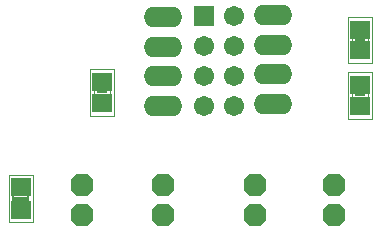
<source format=gbs>
%FSLAX24Y24*%
%MOIN*%
G70*
G01*
G75*
G04 Layer_Color=16711935*
%ADD10C,0.0320*%
%ADD11R,0.0318X0.0079*%
%ADD12R,0.0476X0.0159*%
%ADD13C,0.0040*%
%ADD14C,0.0060*%
%ADD15R,0.0250X0.0240*%
%ADD16R,0.0575X0.0300*%
%ADD17R,0.0575X0.0295*%
%ADD18R,0.0560X0.0140*%
%ADD19C,0.0020*%
%ADD20O,0.1200X0.0600*%
%ADD21C,0.0591*%
%ADD22R,0.0591X0.0591*%
G04:AMPARAMS|DCode=23|XSize=66mil|YSize=66mil|CornerRadius=0mil|HoleSize=0mil|Usage=FLASHONLY|Rotation=270.000|XOffset=0mil|YOffset=0mil|HoleType=Round|Shape=Octagon|*
%AMOCTAGOND23*
4,1,8,-0.0165,-0.0330,0.0165,-0.0330,0.0330,-0.0165,0.0330,0.0165,0.0165,0.0330,-0.0165,0.0330,-0.0330,0.0165,-0.0330,-0.0165,-0.0165,-0.0330,0.0*
%
%ADD23OCTAGOND23*%

%ADD24R,0.0600X0.0520*%
%ADD25R,0.0630X0.0520*%
%ADD26C,0.0100*%
%ADD27C,0.0260*%
%ADD28C,0.0079*%
%ADD29C,0.0050*%
%ADD30C,0.0080*%
%ADD31R,0.2601X0.0240*%
%ADD32O,0.1280X0.0680*%
%ADD33C,0.0671*%
%ADD34R,0.0671X0.0671*%
G04:AMPARAMS|DCode=35|XSize=74mil|YSize=74mil|CornerRadius=0mil|HoleSize=0mil|Usage=FLASHONLY|Rotation=270.000|XOffset=0mil|YOffset=0mil|HoleType=Round|Shape=Octagon|*
%AMOCTAGOND35*
4,1,8,-0.0185,-0.0370,0.0185,-0.0370,0.0370,-0.0185,0.0370,0.0185,0.0185,0.0370,-0.0185,0.0370,-0.0370,0.0185,-0.0370,-0.0185,-0.0185,-0.0370,0.0*
%
%ADD35OCTAGOND35*%

%ADD36R,0.0680X0.0600*%
%ADD37R,0.0710X0.0600*%
D11*
X549Y4800D02*
D03*
X9149Y4700D02*
D03*
Y6550D02*
D03*
D12*
X-2148Y1251D02*
D03*
D13*
X810Y4650D02*
Y4940D01*
X290Y4650D02*
Y4950D01*
X9410Y4550D02*
Y4840D01*
X8890Y4550D02*
Y4850D01*
X9410Y6400D02*
Y6690D01*
X8890Y6400D02*
Y6700D01*
D14*
X-2400Y970D02*
Y1530D01*
X-1900Y970D02*
Y1530D01*
D15*
X6264Y4420D02*
D03*
Y5400D02*
D03*
Y6394D02*
D03*
Y7374D02*
D03*
X2575Y7306D02*
D03*
Y6326D02*
D03*
Y5333D02*
D03*
Y4353D02*
D03*
D16*
X547Y4510D02*
D03*
X9147Y4410D02*
D03*
Y6260D02*
D03*
D17*
X547Y5082D02*
D03*
X9147Y4982D02*
D03*
Y6832D02*
D03*
D18*
X-2150Y1590D02*
D03*
Y910D02*
D03*
D19*
X160Y4020D02*
X937D01*
X160Y5577D02*
X937D01*
Y4020D02*
Y5577D01*
X160Y4020D02*
Y5577D01*
X8760Y3920D02*
X9537D01*
X8760Y5477D02*
X9537D01*
Y3920D02*
Y5477D01*
X8760Y3920D02*
Y5477D01*
Y5770D02*
X9537D01*
X8760Y7327D02*
X9537D01*
Y5770D02*
Y7327D01*
X8760Y5770D02*
Y7327D01*
X-2537Y2030D02*
X-1760D01*
X-2537Y473D02*
X-1760D01*
X-2537D02*
Y2030D01*
X-1760Y473D02*
Y2030D01*
D32*
X6239Y6392D02*
D03*
Y7376D02*
D03*
Y5400D02*
D03*
Y4420D02*
D03*
X2600Y5334D02*
D03*
Y4350D02*
D03*
Y6326D02*
D03*
Y7306D02*
D03*
D33*
X4950Y4350D02*
D03*
Y5350D02*
D03*
Y6350D02*
D03*
Y7350D02*
D03*
X3950Y4350D02*
D03*
Y5350D02*
D03*
Y6350D02*
D03*
D34*
Y7350D02*
D03*
D35*
X8300Y1700D02*
D03*
Y700D02*
D03*
X5650Y1700D02*
D03*
Y700D02*
D03*
X2600Y1700D02*
D03*
Y700D02*
D03*
X-100Y1700D02*
D03*
Y700D02*
D03*
D36*
X550Y4460D02*
D03*
Y5135D02*
D03*
X9150Y4360D02*
D03*
Y5035D02*
D03*
Y6210D02*
D03*
Y6885D02*
D03*
D37*
X-2147Y876D02*
D03*
Y1630D02*
D03*
M02*

</source>
